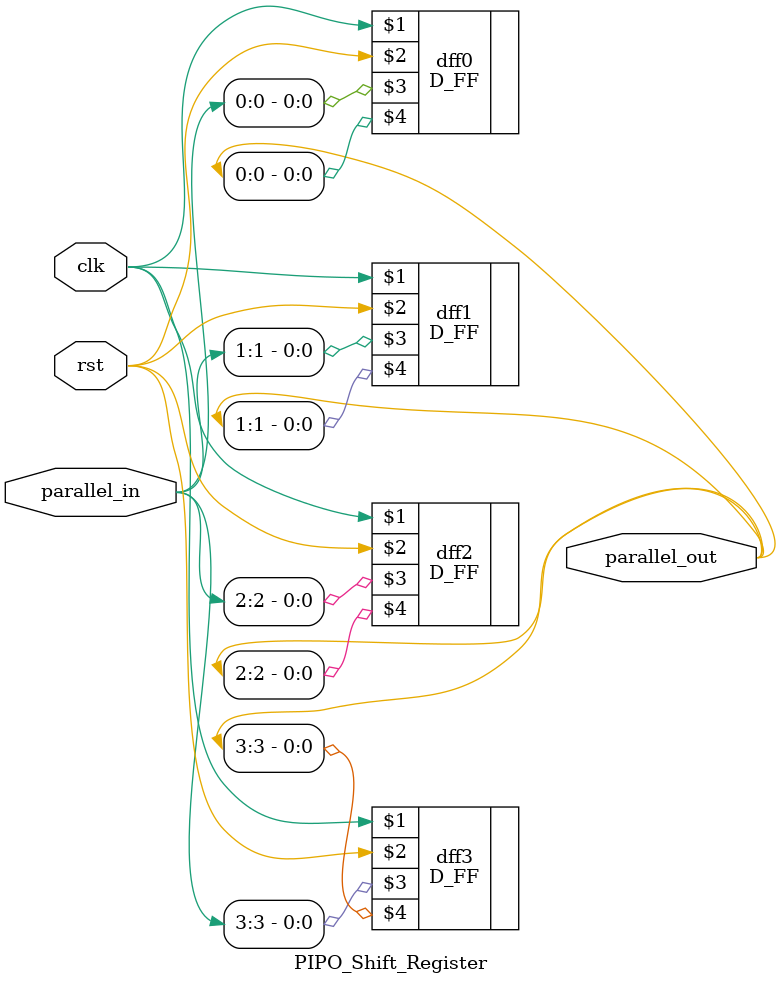
<source format=v>
module PIPO_Shift_Register (
    input clk,
    input rst,
    input [3:0] parallel_in,
    output wire [3:0] parallel_out
);
    D_FF dff0(clk, rst, parallel_in[0], parallel_out[0]);
    D_FF dff1(clk, rst, parallel_in[1], parallel_out[1]);
    D_FF dff2(clk, rst, parallel_in[2], parallel_out[2]);
    D_FF dff3(clk, rst, parallel_in[3], parallel_out[3]);

endmodule
</source>
